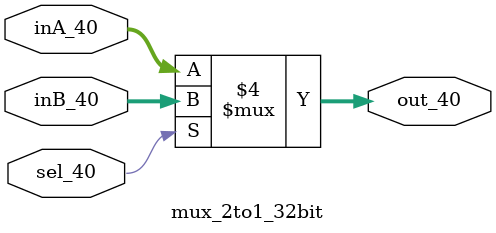
<source format=v>
module mux_2to1_32bit(
    output reg [31:0] out_40,
    input [31:0] inA_40,
    input [31:0] inB_40,
    input sel_40
);

always@(inA_40,inB_40,sel_40)
begin
    if (sel_40 == 0)
    begin
	   out_40 <= inA_40;
   end else
   begin
      out_40 <= inB_40;

  end
end

endmodule


</source>
